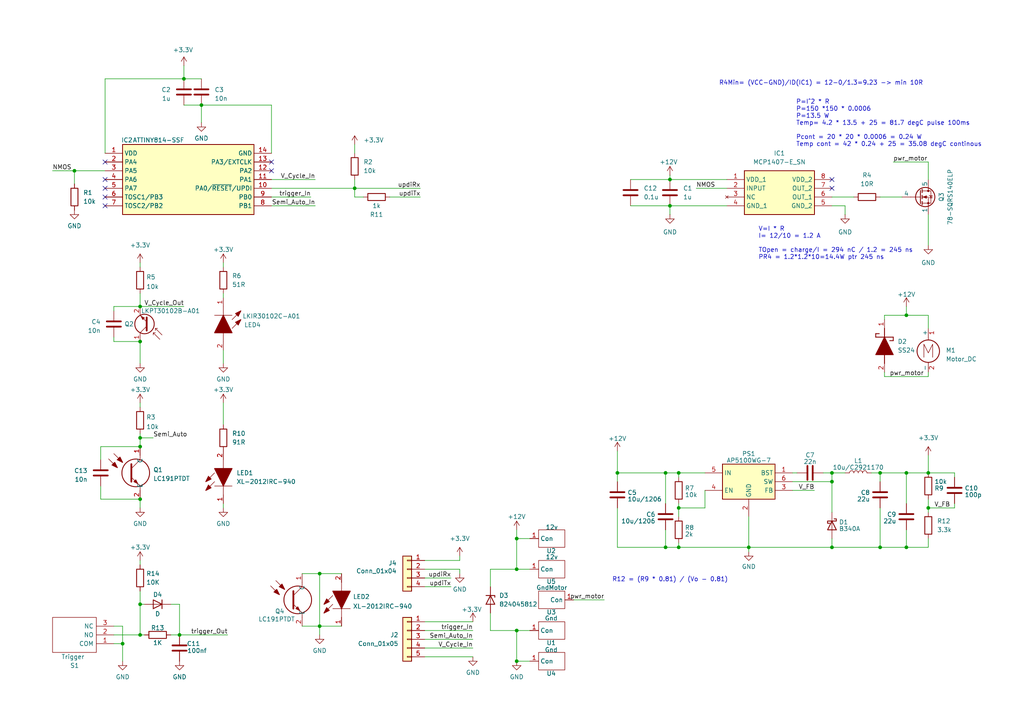
<source format=kicad_sch>
(kicad_sch (version 20231120) (generator "eeschema") (generator_version "8.0")
  (paper "A4")
  (lib_symbols
    (symbol "+12V_1" (power) (pin_numbers hide) (pin_names (offset 0) hide)
      (property "Value" "+12V" (at 0 3.556 0))
      (symbol "+12V_1_1_1"
        (pin power_in line (at 0 0 90) (length 0) (name "~") (number "1"))
      )
    )
    (symbol "Connector_Generic:Conn_01x04" (pin_names (offset 1.016) hide)
      (property "Reference" "J" (at 0 5.08 0))
      (property "Value" "Conn_01x04" (at 0 -7.62 0))
      (symbol "Conn_01x04_1_1"
        (pin passive line (at -5.08 2.54 0) (length 3.81) (name "Pin_1") (number "1"))
        (pin passive line (at -5.08 0 0) (length 3.81) (name "Pin_2") (number "2"))
        (pin passive line (at -5.08 -2.54 0) (length 3.81) (name "Pin_3") (number "3"))
        (pin passive line (at -5.08 -5.08 0) (length 3.81) (name "Pin_4") (number "4"))
      )
    )
    (symbol "Connector_Generic:Conn_01x05" (pin_names (offset 1.016) hide)
      (property "Reference" "J" (at 0 7.62 0))
      (property "Value" "Conn_01x05" (at 0 -7.62 0))
      (symbol "Conn_01x05_1_1"
        (pin passive line (at -5.08 5.08 0) (length 3.81) (name "Pin_1") (number "1"))
        (pin passive line (at -5.08 2.54 0) (length 3.81) (name "Pin_2") (number "2"))
        (pin passive line (at -5.08 0 0) (length 3.81) (name "Pin_3") (number "3"))
        (pin passive line (at -5.08 -2.54 0) (length 3.81) (name "Pin_4") (number "4"))
        (pin passive line (at -5.08 -5.08 0) (length 3.81) (name "Pin_5") (number "5"))
      )
    )
    (symbol "Copper_Pad:Copper_pad"
      (property "Reference" "U" (at 0 3.81 0))
      (property "Value" "Copper_pad" (at 0 -3.81 0))
      (symbol "Copper_pad_1_1"
        (pin input line (at -6.35 0 0) (length 2.54) (name "Con") (number "1"))
      )
    )
    (symbol "Device:C" (pin_numbers hide) (pin_names (offset 0.254))
      (property "Reference" "C" (at 0.635 2.54 0))
      (property "Value" "C" (at 0.635 -2.54 0))
      (symbol "C_1_1"
        (pin passive line (at 0 3.81 270) (length 2.794) (name "~") (number "1"))
        (pin passive line (at 0 -3.81 90) (length 2.794) (name "~") (number "2"))
      )
    )
    (symbol "Device:D" (pin_numbers hide) (pin_names (offset 1.016) hide)
      (property "Reference" "D" (at 0 2.54 0))
      (property "Value" "D" (at 0 -2.54 0))
      (symbol "D_1_1"
        (pin passive line (at -3.81 0 0) (length 2.54) (name "K") (number "1"))
        (pin passive line (at 3.81 0 180) (length 2.54) (name "A") (number "2"))
      )
    )
    (symbol "Device:D_Schottky" (pin_numbers hide) (pin_names (offset 1.016) hide)
      (property "Reference" "D" (at 0 2.54 0))
      (property "Value" "D_Schottky" (at 0 -2.54 0))
      (symbol "D_Schottky_1_1"
        (pin passive line (at -3.81 0 0) (length 2.54) (name "K") (number "1"))
        (pin passive line (at 3.81 0 180) (length 2.54) (name "A") (number "2"))
      )
    )
    (symbol "Device:L" (pin_numbers hide) (pin_names (offset 1.016) hide)
      (property "Reference" "L" (at -1.27 0 90))
      (property "Value" "L" (at 1.905 0 90))
      (symbol "L_1_1"
        (pin passive line (at 0 3.81 270) (length 1.27) (name "1") (number "1"))
        (pin passive line (at 0 -3.81 90) (length 1.27) (name "2") (number "2"))
      )
    )
    (symbol "Device:Q_Photo_NPN_CE" (pin_names (offset 0) hide)
      (property "Reference" "Q" (at 5.08 1.27 0))
      (property "Value" "Q_Photo_NPN_CE" (at 5.08 -1.27 0))
      (symbol "Q_Photo_NPN_CE_1_1"
        (pin passive line (at 2.54 5.08 270) (length 2.54) (name "C") (number "1"))
        (pin passive line (at 2.54 -5.08 90) (length 2.54) (name "E") (number "2"))
      )
    )
    (symbol "Device:R" (pin_numbers hide) (pin_names (offset 0))
      (property "Reference" "R" (at 2.032 0 90))
      (property "Value" "R" (at 0 0 90))
      (symbol "R_1_1"
        (pin passive line (at 0 3.81 270) (length 1.27) (name "~") (number "1"))
        (pin passive line (at 0 -3.81 90) (length 1.27) (name "~") (number "2"))
      )
    )
    (symbol "Diode:ESD5Zxx" (pin_numbers hide) (pin_names hide)
      (property "Reference" "D" (at 0 2.54 0))
      (property "Value" "ESD5Zxx" (at 0 -2.54 0))
      (symbol "ESD5Zxx_1_1"
        (pin passive line (at -3.81 0 0) (length 2.54) (name "K") (number "1"))
        (pin passive line (at 3.81 0 180) (length 2.54) (name "A") (number "2"))
      )
    )
    (symbol "GND_1" (power) (pin_numbers hide) (pin_names (offset 0) hide)
      (property "Value" "GND" (at 0 -3.81 0))
      (symbol "GND_1_1_1"
        (pin power_in line (at 0 0 270) (length 0) (name "~") (number "1"))
      )
    )
    (symbol "Motor:Motor_DC" (pin_names (offset 0))
      (property "Reference" "M" (at 2.54 2.54 0))
      (property "Value" "Motor_DC" (at 2.54 -5.08 0))
      (symbol "Motor_DC_1_1"
        (pin passive line (at 0 5.08 270) (length 2.54) (name "+") (number "1"))
        (pin passive line (at 0 -7.62 90) (length 2.54) (name "-") (number "2"))
      )
    )
    (symbol "SamacSys:ATTINY814-SSF"
      (property "Reference" "IC" (at 44.45 7.62 0))
      (property "Value" "ATTINY814-SSF" (at 44.45 5.08 0))
      (symbol "ATTINY814-SSF_1_1"
        (pin passive line (at 0 0 0) (length 5.08) (name "VDD") (number "1"))
        (pin passive line (at 48.26 -10.16 180) (length 5.08) (name "PA0/~{RESET}/UPDI") (number "10"))
        (pin passive line (at 48.26 -7.62 180) (length 5.08) (name "PA1") (number "11"))
        (pin passive line (at 48.26 -5.08 180) (length 5.08) (name "PA2") (number "12"))
        (pin passive line (at 48.26 -2.54 180) (length 5.08) (name "PA3/EXTCLK") (number "13"))
        (pin passive line (at 48.26 0 180) (length 5.08) (name "GND") (number "14"))
        (pin passive line (at 0 -2.54 0) (length 5.08) (name "PA4") (number "2"))
        (pin passive line (at 0 -5.08 0) (length 5.08) (name "PA5") (number "3"))
        (pin passive line (at 0 -7.62 0) (length 5.08) (name "PA6") (number "4"))
        (pin passive line (at 0 -10.16 0) (length 5.08) (name "PA7") (number "5"))
        (pin passive line (at 0 -12.7 0) (length 5.08) (name "TOSC1/PB3") (number "6"))
        (pin passive line (at 0 -15.24 0) (length 5.08) (name "TOSC2/PB2") (number "7"))
        (pin passive line (at 48.26 -15.24 180) (length 5.08) (name "PB1") (number "8"))
        (pin passive line (at 48.26 -12.7 180) (length 5.08) (name "PB0") (number "9"))
      )
    )
    (symbol "SamacSys:MCP1407-E_SN"
      (property "Reference" "IC" (at 26.67 7.62 0))
      (property "Value" "MCP1407-E_SN" (at 26.67 5.08 0))
      (symbol "MCP1407-E_SN_1_1"
        (pin passive line (at 0 0 0) (length 5.08) (name "VDD_1") (number "1"))
        (pin passive line (at 0 -2.54 0) (length 5.08) (name "INPUT") (number "2"))
        (pin no_connect line (at 0 -5.08 0) (length 5.08) (name "NC") (number "3"))
        (pin passive line (at 0 -7.62 0) (length 5.08) (name "GND_1") (number "4"))
        (pin passive line (at 30.48 -7.62 180) (length 5.08) (name "GND_2") (number "5"))
        (pin passive line (at 30.48 -5.08 180) (length 5.08) (name "OUT_1") (number "6"))
        (pin passive line (at 30.48 -2.54 180) (length 5.08) (name "OUT_2") (number "7"))
        (pin passive line (at 30.48 0 180) (length 5.08) (name "VDD_2") (number "8"))
      )
    )
    (symbol "SamacSys:SS24" (pin_names hide)
      (property "Reference" "D" (at 12.7 8.89 0))
      (property "Value" "SS24" (at 12.7 6.35 0))
      (symbol "SS24_1_1"
        (pin passive line (at 2.54 0 0) (length 2.54) (name "K") (number "1"))
        (pin passive line (at 17.78 0 180) (length 2.54) (name "A") (number "2"))
      )
    )
    (symbol "SamacSys_Parts:463092691402" (pin_names (offset 0.762))
      (property "Reference" "S1" (at 8.3312 12.3385 90))
      (property "Value" "463092691402" (at 8.3312 9.5634 90))
      (symbol "463092691402_0_0"
        (pin passive line (at 0 0 0) (length 5.08) (name "COM") (number "1"))
        (pin passive line (at 0 -2.54 0) (length 5.08) (name "NO") (number "2"))
      )
      (symbol "463092691402_1_1"
        (pin passive line (at 0 -5.08 0) (length 5.08) (name "NC") (number "3"))
      )
    )
    (symbol "SamacSys_Parts:AP1608P1C-P22" (pin_names (offset 0.762))
      (property "Reference" "Q" (at 3.81 -6.35 0))
      (property "Value" "AP1608P1C-P22" (at 3.81 -8.89 0))
      (symbol "AP1608P1C-P22_0_0"
        (pin passive line (at 0 0 270) (length 2.54) (name "C") (number "1"))
        (pin passive line (at 0 -15.24 90) (length 2.54) (name "E") (number "2"))
      )
    )
    (symbol "SamacSys_Parts:AP5100WG-7"
      (property "Reference" "PS" (at 21.59 7.62 0))
      (property "Value" "AP5100WG-7" (at 21.59 5.08 0))
      (symbol "AP5100WG-7_1_1"
        (pin passive line (at 25.4 0 180) (length 5.08) (name "BST") (number "1"))
        (pin passive line (at 12.7 -12.7 90) (length 5.08) (name "GND") (number "2"))
        (pin passive line (at 25.4 -5.08 180) (length 5.08) (name "FB") (number "3"))
        (pin passive line (at 0 -5.08 0) (length 5.08) (name "EN") (number "4"))
        (pin passive line (at 0 0 0) (length 5.08) (name "IN") (number "5"))
        (pin passive line (at 25.4 -2.54 180) (length 5.08) (name "SW") (number "6"))
      )
    )
    (symbol "SamacSys_Parts:APTD2012SF4C" (pin_names (offset 0.762))
      (property "Reference" "LED" (at 12.7 8.89 0))
      (property "Value" "APTD2012SF4C" (at 12.7 6.35 0))
      (symbol "APTD2012SF4C_0_0"
        (pin passive line (at 0 0 0) (length 2.54) (name "~") (number "1"))
        (pin passive line (at 15.24 0 180) (length 2.54) (name "~") (number "2"))
      )
    )
    (symbol "SamacSys_Parts:CSL1501RW1" (pin_names (offset 0.762))
      (property "Reference" "LED" (at 12.7 8.89 0))
      (property "Value" "CSL1501RW1" (at 12.7 6.35 0))
      (symbol "CSL1501RW1_0_0"
        (pin passive line (at 0 0 0) (length 2.54) (name "~") (number "1"))
        (pin passive line (at 15.24 0 180) (length 2.54) (name "~") (number "2"))
      )
    )
    (symbol "Simulation_SPICE:NMOS" (pin_numbers hide) (pin_names (offset 0))
      (property "Reference" "Q3" (at -7.62 0 90))
      (property "Value" "NMOS" (at -5.08 0 90))
      (symbol "NMOS_1_1"
        (pin input line (at 1.27 -5.08 90) (length 2.54) (name "1") (number "1"))
        (pin input line (at 1.27 -5.08 90) (length 2.54) hide (name "2") (number "2"))
        (pin input line (at 1.27 -5.08 90) (length 2.54) hide (name "3") (number "3"))
        (pin input line (at -6.35 0 0) (length 2.54) (name "4") (number "4"))
        (pin output line (at 1.27 5.08 270) (length 2.54) (name "5") (number "5"))
        (pin output line (at 1.27 5.08 270) (length 2.54) hide (name "6") (number "6"))
        (pin output line (at 1.27 5.08 270) (length 2.54) hide (name "7") (number "7"))
        (pin output line (at 1.27 5.08 270) (length 2.54) hide (name "8") (number "8"))
        (pin output line (at 1.27 5.08 270) (length 2.54) hide (name "9") (number "9"))
      )
    )
    (symbol "power:+12V" (power) (pin_names (offset 0))
      (property "Value" "+12V" (at 0 3.556 0))
      (symbol "+12V_1_1"
        (pin power_in line (at 0 0 90) (length 0) hide (name "+12V") (number "1"))
      )
    )
    (symbol "power:+5V" (power) (pin_names (offset 0))
      (property "Value" "+5V" (at 0 3.556 0))
      (symbol "+5V_1_1"
        (pin power_in line (at 0 0 90) (length 0) hide (name "+5V") (number "1"))
      )
    )
    (symbol "power:GND" (power) (pin_names (offset 0))
      (property "Value" "GND" (at 0 -3.81 0))
      (symbol "GND_1_1"
        (pin power_in line (at 0 0 270) (length 0) hide (name "GND") (number "1"))
      )
    )
    (symbol "power:VCC" (power) (pin_names (offset 0))
      (property "Value" "VCC" (at 0 3.81 0))
      (symbol "VCC_1_1"
        (pin power_in line (at 0 0 90) (length 0) hide (name "VCC") (number "1"))
      )
    )
  )
  (junction (at 262.89 137.16))
  (junction (at 255.27 158.75))
  (junction (at 194.31 59.69))
  (junction (at 149.86 191.77))
  (junction (at 92.71 166.37))
  (junction (at 40.64 127))
  (junction (at 193.04 158.75))
  (junction (at 40.64 184.15))
  (junction (at 40.64 99.06))
  (junction (at 40.64 144.78))
  (junction (at 262.89 91.44))
  (junction (at 193.04 137.16))
  (junction (at 194.31 52.07))
  (junction (at 196.85 158.75))
  (junction (at 241.3 139.7))
  (junction (at 262.89 158.75))
  (junction (at 35.56 186.69))
  (junction (at 40.64 129.54))
  (junction (at 269.24 137.16))
  (junction (at 149.86 182.88))
  (junction (at 92.71 181.61))
  (junction (at 40.64 175.26))
  (junction (at 149.86 165.1))
  (junction (at 40.64 88.9))
  (junction (at 58.42 30.48))
  (junction (at 269.24 147.32))
  (junction (at 196.85 147.32))
  (junction (at 217.17 158.75))
  (junction (at 255.27 137.16))
  (junction (at 102.87 54.61))
  (junction (at 52.07 184.15))
  (junction (at 21.59 49.53))
  (junction (at 241.3 137.16))
  (junction (at 149.86 156.21))
  (junction (at 53.34 22.86))
  (junction (at 196.85 137.16))
  (junction (at 241.3 158.75))
  (junction (at 179.07 137.16))
  (no_connect (at 30.48 59.69))
  (no_connect (at 30.48 57.15))
  (no_connect (at 30.48 52.07))
  (no_connect (at 30.48 54.61))
  (no_connect (at 241.3 52.07))
  (no_connect (at 30.48 46.99))
  (no_connect (at 78.74 49.53))
  (no_connect (at 78.74 46.99))
  (no_connect (at 241.3 54.61))
  (wire (pts (xy 142.24 170.18) (xy 142.24 165.1)))
  (wire (pts (xy 102.87 54.61) (xy 121.92 54.61)))
  (wire (pts (xy 64.77 77.47) (xy 64.77 76.2)))
  (wire (pts (xy 196.85 158.75) (xy 217.17 158.75)))
  (wire (pts (xy 53.34 22.86) (xy 58.42 22.86)))
  (wire (pts (xy 149.86 165.1) (xy 153.67 165.1)))
  (wire (pts (xy 58.42 30.48) (xy 58.42 35.56)))
  (wire (pts (xy 241.3 158.75) (xy 241.3 156.21)))
  (wire (pts (xy 64.77 147.32) (xy 64.77 146.05)))
  (wire (pts (xy 78.74 57.15) (xy 90.17 57.15)))
  (wire (pts (xy 64.77 86.36) (xy 64.77 85.09)))
  (wire (pts (xy 40.64 85.09) (xy 40.64 88.9)))
  (wire (pts (xy 201.93 54.61) (xy 210.82 54.61)))
  (wire (pts (xy 193.04 158.75) (xy 196.85 158.75)))
  (wire (pts (xy 229.87 137.16) (xy 231.14 137.16)))
  (wire (pts (xy 21.59 49.53) (xy 30.48 49.53)))
  (wire (pts (xy 262.89 146.05) (xy 262.89 137.16)))
  (wire (pts (xy 179.07 130.81) (xy 179.07 137.16)))
  (wire (pts (xy 40.64 144.78) (xy 40.64 147.32)))
  (wire (pts (xy 256.54 109.22) (xy 269.24 109.22)))
  (wire (pts (xy 255.27 137.16) (xy 262.89 137.16)))
  (wire (pts (xy 142.24 177.8) (xy 142.24 182.88)))
  (wire (pts (xy 194.31 62.23) (xy 194.31 59.69)))
  (wire (pts (xy 179.07 137.16) (xy 193.04 137.16)))
  (wire (pts (xy 35.56 181.61) (xy 33.02 181.61)))
  (wire (pts (xy 33.02 88.9) (xy 40.64 88.9)))
  (wire (pts (xy 53.34 88.9) (xy 40.64 88.9)))
  (wire (pts (xy 269.24 107.95) (xy 269.24 109.22)))
  (wire (pts (xy 241.3 137.16) (xy 245.11 137.16)))
  (wire (pts (xy 41.91 184.15) (xy 40.64 184.15)))
  (wire (pts (xy 256.54 91.44) (xy 262.89 91.44)))
  (wire (pts (xy 262.89 158.75) (xy 269.24 158.75)))
  (wire (pts (xy 102.87 57.15) (xy 102.87 54.61)))
  (wire (pts (xy 33.02 90.17) (xy 33.02 88.9)))
  (wire (pts (xy 269.24 148.59) (xy 269.24 147.32)))
  (wire (pts (xy 269.24 137.16) (xy 276.86 137.16)))
  (wire (pts (xy 196.85 147.32) (xy 204.47 147.32)))
  (wire (pts (xy 33.02 99.06) (xy 40.64 99.06)))
  (wire (pts (xy 193.04 137.16) (xy 196.85 137.16)))
  (wire (pts (xy 194.31 50.8) (xy 194.31 52.07)))
  (wire (pts (xy 149.86 182.88) (xy 153.67 182.88)))
  (wire (pts (xy 149.86 153.67) (xy 149.86 156.21)))
  (wire (pts (xy 49.53 184.15) (xy 52.07 184.15)))
  (wire (pts (xy 262.89 153.67) (xy 262.89 158.75)))
  (wire (pts (xy 194.31 59.69) (xy 210.82 59.69)))
  (wire (pts (xy 92.71 181.61) (xy 92.71 184.15)))
  (wire (pts (xy 229.87 139.7) (xy 241.3 139.7)))
  (wire (pts (xy 269.24 144.78) (xy 269.24 147.32)))
  (wire (pts (xy 40.64 116.84) (xy 40.64 118.11)))
  (wire (pts (xy 123.19 162.56) (xy 133.35 162.56)))
  (wire (pts (xy 149.86 191.77) (xy 149.86 182.88)))
  (wire (pts (xy 41.91 175.26) (xy 40.64 175.26)))
  (wire (pts (xy 123.19 187.96) (xy 137.16 187.96)))
  (wire (pts (xy 40.64 162.56) (xy 40.64 163.83)))
  (wire (pts (xy 252.73 137.16) (xy 255.27 137.16)))
  (wire (pts (xy 29.21 144.78) (xy 40.64 144.78)))
  (wire (pts (xy 92.71 166.37) (xy 92.71 181.61)))
  (wire (pts (xy 149.86 156.21) (xy 149.86 165.1)))
  (wire (pts (xy 245.11 59.69) (xy 241.3 59.69)))
  (wire (pts (xy 241.3 139.7) (xy 241.3 137.16)))
  (wire (pts (xy 262.89 91.44) (xy 269.24 91.44)))
  (wire (pts (xy 269.24 46.99) (xy 259.08 46.99)))
  (wire (pts (xy 49.53 175.26) (xy 52.07 175.26)))
  (wire (pts (xy 269.24 147.32) (xy 276.86 147.32)))
  (wire (pts (xy 78.74 30.48) (xy 78.74 44.45)))
  (wire (pts (xy 30.48 22.86) (xy 53.34 22.86)))
  (wire (pts (xy 255.27 57.15) (xy 261.62 57.15)))
  (wire (pts (xy 269.24 132.08) (xy 269.24 137.16)))
  (wire (pts (xy 262.89 137.16) (xy 269.24 137.16)))
  (wire (pts (xy 256.54 109.22) (xy 256.54 107.95)))
  (wire (pts (xy 269.24 91.44) (xy 269.24 95.25)))
  (wire (pts (xy 179.07 158.75) (xy 193.04 158.75)))
  (wire (pts (xy 92.71 166.37) (xy 99.06 166.37)))
  (wire (pts (xy 33.02 97.79) (xy 33.02 99.06)))
  (wire (pts (xy 40.64 175.26) (xy 40.64 184.15)))
  (wire (pts (xy 245.11 62.23) (xy 245.11 59.69)))
  (wire (pts (xy 238.76 137.16) (xy 241.3 137.16)))
  (wire (pts (xy 29.21 129.54) (xy 40.64 129.54)))
  (wire (pts (xy 276.86 146.05) (xy 276.86 147.32)))
  (wire (pts (xy 40.64 129.54) (xy 40.64 127)))
  (wire (pts (xy 58.42 30.48) (xy 78.74 30.48)))
  (wire (pts (xy 105.41 57.15) (xy 102.87 57.15)))
  (wire (pts (xy 193.04 137.16) (xy 193.04 146.05)))
  (wire (pts (xy 256.54 92.71) (xy 256.54 91.44)))
  (wire (pts (xy 123.19 180.34) (xy 137.16 180.34)))
  (wire (pts (xy 229.87 142.24) (xy 236.22 142.24)))
  (wire (pts (xy 35.56 186.69) (xy 35.56 191.77)))
  (wire (pts (xy 217.17 158.75) (xy 241.3 158.75)))
  (wire (pts (xy 194.31 52.07) (xy 210.82 52.07)))
  (wire (pts (xy 196.85 137.16) (xy 204.47 137.16)))
  (wire (pts (xy 21.59 53.34) (xy 21.59 49.53)))
  (wire (pts (xy 53.34 30.48) (xy 58.42 30.48)))
  (wire (pts (xy 52.07 175.26) (xy 52.07 184.15)))
  (wire (pts (xy 123.19 190.5) (xy 137.16 190.5)))
  (wire (pts (xy 182.88 59.69) (xy 194.31 59.69)))
  (wire (pts (xy 52.07 184.15) (xy 66.04 184.15)))
  (wire (pts (xy 130.81 170.18) (xy 123.19 170.18)))
  (wire (pts (xy 92.71 181.61) (xy 99.06 181.61)))
  (wire (pts (xy 123.19 185.42) (xy 137.16 185.42)))
  (wire (pts (xy 269.24 62.23) (xy 269.24 71.12)))
  (wire (pts (xy 64.77 105.41) (xy 64.77 101.6)))
  (wire (pts (xy 241.3 158.75) (xy 255.27 158.75)))
  (wire (pts (xy 121.92 57.15) (xy 113.03 57.15)))
  (wire (pts (xy 30.48 44.45) (xy 30.48 22.86)))
  (wire (pts (xy 102.87 54.61) (xy 78.74 54.61)))
  (wire (pts (xy 196.85 146.05) (xy 196.85 147.32)))
  (wire (pts (xy 179.07 147.32) (xy 179.07 158.75)))
  (wire (pts (xy 102.87 41.91) (xy 102.87 44.45)))
  (wire (pts (xy 102.87 52.07) (xy 102.87 54.61)))
  (wire (pts (xy 133.35 162.56) (xy 133.35 161.29)))
  (wire (pts (xy 123.19 165.1) (xy 133.35 165.1)))
  (wire (pts (xy 35.56 186.69) (xy 35.56 181.61)))
  (wire (pts (xy 247.65 57.15) (xy 241.3 57.15)))
  (wire (pts (xy 142.24 165.1) (xy 149.86 165.1)))
  (wire (pts (xy 196.85 137.16) (xy 196.85 138.43)))
  (wire (pts (xy 40.64 127) (xy 44.45 127)))
  (wire (pts (xy 149.86 191.77) (xy 153.67 191.77)))
  (wire (pts (xy 196.85 157.48) (xy 196.85 158.75)))
  (wire (pts (xy 87.63 166.37) (xy 92.71 166.37)))
  (wire (pts (xy 33.02 186.69) (xy 35.56 186.69)))
  (wire (pts (xy 276.86 137.16) (xy 276.86 138.43)))
  (wire (pts (xy 133.35 165.1) (xy 133.35 166.37)))
  (wire (pts (xy 40.64 99.06) (xy 40.64 105.41)))
  (wire (pts (xy 123.19 182.88) (xy 137.16 182.88)))
  (wire (pts (xy 40.64 171.45) (xy 40.64 175.26)))
  (wire (pts (xy 15.24 49.53) (xy 21.59 49.53)))
  (wire (pts (xy 193.04 153.67) (xy 193.04 158.75)))
  (wire (pts (xy 255.27 147.32) (xy 255.27 158.75)))
  (wire (pts (xy 78.74 52.07) (xy 91.44 52.07)))
  (wire (pts (xy 53.34 19.05) (xy 53.34 22.86)))
  (wire (pts (xy 196.85 149.86) (xy 196.85 147.32)))
  (wire (pts (xy 29.21 144.78) (xy 29.21 140.97)))
  (wire (pts (xy 269.24 156.21) (xy 269.24 158.75)))
  (wire (pts (xy 182.88 52.07) (xy 194.31 52.07)))
  (wire (pts (xy 40.64 125.73) (xy 40.64 127)))
  (wire (pts (xy 179.07 137.16) (xy 179.07 139.7)))
  (wire (pts (xy 64.77 116.84) (xy 64.77 123.19)))
  (wire (pts (xy 91.44 59.69) (xy 78.74 59.69)))
  (wire (pts (xy 130.81 167.64) (xy 123.19 167.64)))
  (wire (pts (xy 255.27 137.16) (xy 255.27 139.7)))
  (wire (pts (xy 269.24 46.99) (xy 269.24 52.07)))
  (wire (pts (xy 149.86 156.21) (xy 153.67 156.21)))
  (wire (pts (xy 166.37 173.99) (xy 175.26 173.99)))
  (wire (pts (xy 217.17 149.86) (xy 217.17 158.75)))
  (wire (pts (xy 142.24 182.88) (xy 149.86 182.88)))
  (wire (pts (xy 255.27 158.75) (xy 262.89 158.75)))
  (wire (pts (xy 241.3 139.7) (xy 241.3 148.59)))
  (wire (pts (xy 40.64 76.2) (xy 40.64 77.47)))
  (wire (pts (xy 87.63 181.61) (xy 92.71 181.61)))
  (wire (pts (xy 262.89 88.9) (xy 262.89 91.44)))
  (wire (pts (xy 33.02 184.15) (xy 40.64 184.15)))
  (wire (pts (xy 29.21 133.35) (xy 29.21 129.54)))
  (wire (pts (xy 217.17 160.02) (xy 217.17 158.75)))
  (wire (pts (xy 204.47 142.24) (xy 204.47 147.32)))
  (text "R12 = (R9 * 0.81) / (Vo - 0.81)" (at 177.546 168.91 0) (effects (font (size 1.27 1.27)) (justify left bottom)))
  (text "R4Min= (VCC-GND)/ID(IC1) = 12-0/1.3=9.23 -> min 10R" (at 208.534 24.892 0) (effects (font (size 1.27 1.27)) (justify left bottom)))
  (text "LKIR30102C-A01 - 90* IR led C2874187\nXL-2012IRC-940 - IR LED 0805 C965889\nHL-PST-1608IR1C-L4 - IR LED 0603 C568950\n\n\nLC191PTDT - Phototransistor IR C669634\nPT12-21B/TR8 - Phototransistor IR 90* C264383" (at 241.3 232.41 0) (effects (font (size 1.27 1.27)) (justify left bottom)))
  (text "V=I * R\nI= 12/10 = 1.2 A\n\nTOpen = charge/I = 294 nC / 1.2 = 245 ns\nPR4 = 1.2*1.2*10=14.4W ptr 245 ns" (at 219.964 75.438 0) (effects (font (size 1.27 1.27)) (justify left bottom)))
  (text "P=I^2 * R\nP=150 *150 * 0.0006\nP=13.5 W\nTemp= 4.2 * 13.5 + 25 = 81.7 degC pulse 100ms\n\nPcont = 20 * 20 * 0.0006 = 0.24 W\nTemp cont = 42 * 0.24 + 25 = 35.08 degC continous" (at 230.886 42.672 0) (effects (font (size 1.27 1.27)) (justify left bottom)))
  (label "updiRx" (at 121.92 54.61 180))
  (label "pwr_motor" (at 175.26 173.99 180))
  (label "updiRx" (at 130.81 167.64 180))
  (label "NMOS" (at 201.93 54.61 0))
  (label "V_Cycle_Out" (at 53.34 88.9 180))
  (label "Semi_Auto" (at 44.45 127 0))
  (label "pwr_motor" (at 267.97 109.22 180))
  (label "Semi_Auto_In" (at 91.44 59.69 180))
  (label "NMOS" (at 15.24 49.53 0))
  (label "updiTx" (at 121.92 57.15 180))
  (label "V_Cycle_In" (at 137.16 187.96 180))
  (label "V_FB" (at 236.22 142.24 180))
  (label "trigger_Out" (at 66.04 184.15 180))
  (label "pwr_motor" (at 259.08 46.99 0))
  (label "trigger_In" (at 90.17 57.15 180))
  (label "Semi_Auto_In" (at 137.16 185.42 180))
  (label "V_FB" (at 275.59 147.32 180))
  (label "V_Cycle_In" (at 91.44 52.07 180))
  (label "trigger_In" (at 137.16 182.88 180))
  (label "updiTx" (at 130.81 170.18 180))
  (symbol (lib_id "power:+5V") (at 102.87 41.91 0) (unit 1)
    (property "Reference" "#PWR021" (effects (hide yes)))
    (property "Value" "+3.3V" (at 105.41 40.6399 0) (effects (justify left)))
  )
  (symbol (lib_id "power:+12V") (at 64.77 116.84 0) (unit 1)
    (property "Reference" "#PWR028" (effects (hide yes)))
    (property "Value" "+3.3V" (at 64.77 113.03 0))
  )
  (symbol (lib_id "Device:R") (at 109.22 57.15 90) (unit 1)
    (property "Reference" "R11" (at 109.22 62.23 90))
    (property "Value" "1k" (at 109.22 59.69 90))
    (property "Footprint" "Resistor_SMD:R_0603_1608Metric" (effects (hide yes)))
  )
  (symbol (lib_id "SamacSys_Parts:463092691402") (at 33.02 186.69 180) (unit 1)
    (property "Reference" "S1" (at 20.32 193.04 0) (effects (justify right)))
    (property "Value" "Trigger" (at 17.78 190.5 0) (effects (justify right)))
    (property "Footprint" "SamacSys:463092691402" (effects (hide yes)))
    (property "Datasheet" "https://www.we-online.com/catalog/datasheet/463092691402.pdf" (effects (hide yes)))
    (property "Description" "Basic / Snap Action Switches WS-MITV Micro Switch RA Psh Typ 80gf" (effects (hide yes)))
    (property "Height" "5.95" (effects (hide yes)))
    (property "Mouser Part Number" "710-463092691402" (effects (hide yes)))
    (property "Mouser Price/Stock" "https://www.mouser.co.uk/ProductDetail/Wurth-Elektronik/463092691402?qs=iLbezkQI%252BsiNPC3GZqKuHg%3D%3D" (effects (hide yes)))
    (property "Manufacturer_Name" "Wurth Elektronik" (effects (hide yes)))
    (property "Manufacturer_Part_Number" "463092691402" (effects (hide yes)))
  )
  (symbol (lib_id "power:GND") (at 133.35 166.37 0) (mirror y) (unit 1)
    (property "Reference" "#PWR07" (effects (hide yes)))
    (property "Value" "GND" (at 133.35 170.9325 0))
  )
  (symbol (lib_id "Device:C") (at 193.04 149.86 0) (mirror y) (unit 1)
    (property "Reference" "C6" (at 190.119 149.2163 0) (effects (justify left)))
    (property "Value" "10u/1206" (at 190.119 151.1373 0) (effects (justify left)))
    (property "Footprint" "Capacitor_SMD:C_0603_1608Metric" (effects (hide yes)))
    (property "MPN" "C13585" (effects (hide yes)))
  )
  (symbol (lib_id "power:GND") (at 40.64 147.32 0) (unit 1)
    (property "Reference" "#PWR027" (effects (hide yes)))
    (property "Value" "GND" (at 40.64 151.8825 0))
  )
  (symbol (lib_id "power:+5V") (at 133.35 161.29 0) (unit 1)
    (property "Reference" "#PWR011" (effects (hide yes)))
    (property "Value" "+3.3V" (at 133.35 156.21 0))
  )
  (symbol (lib_id "power:GND") (at 92.71 184.15 0) (unit 1)
    (property "Reference" "#PWR030" (effects (hide yes)))
    (property "Value" "GND" (at 92.71 188.7125 0))
  )
  (symbol (lib_id "power:+5V") (at 53.34 19.05 0) (unit 1)
    (property "Reference" "#PWR05" (effects (hide yes)))
    (property "Value" "+3.3V" (at 53.086 14.478 0))
  )
  (symbol (lib_id "Device:C") (at 276.86 142.24 0) (unit 1)
    (property "Reference" "C10" (at 279.781 141.5963 0) (effects (justify left)))
    (property "Value" "100p" (at 279.781 143.5173 0) (effects (justify left)))
    (property "Footprint" "Capacitor_SMD:C_0603_1608Metric" (effects (hide yes)))
    (property "MPN" "C1790" (effects (hide yes)))
  )
  (symbol (lib_id "Device:R") (at 64.77 81.28 0) (unit 1)
    (property "Reference" "R6" (at 67.31 80.01 0) (effects (justify left)))
    (property "Value" "51R" (at 67.31 82.55 0) (effects (justify left)))
    (property "Footprint" "Resistor_SMD:R_0603_1608Metric" (effects (hide yes)))
  )
  (symbol (lib_id "Device:R") (at 40.64 167.64 180) (unit 1)
    (property "Reference" "R14" (at 42.418 166.37 0) (effects (justify right)))
    (property "Value" "10K" (at 42.418 168.91 0) (effects (justify right)))
    (property "Footprint" "Resistor_SMD:R_0603_1608Metric" (effects (hide yes)))
    (property "Description" "Resistor" (effects (hide yes)))
  )
  (symbol (lib_id "SamacSys_Parts:AP5100WG-7") (at 204.47 137.16 0) (unit 1)
    (property "Reference" "PS1" (at 217.17 131.6101 0))
    (property "Value" "AP5100WG-7" (at 217.17 133.5311 0))
    (property "Footprint" "SamacSys:SOT95P285X140-6N" (effects (hide yes)))
    (property "Datasheet" "https://componentsearchengine.com/Datasheets/1/AP5100WG-7.pdf" (effects (hide yes)))
    (property "Height" "1.4" (effects (hide yes)))
    (property "Mouser Part Number" "621-AP5100WG-7" (effects (hide yes)))
    (property "Mouser Price/Stock" "https://www.mouser.co.uk/ProductDetail/Diodes-Incorporated/AP5100WG-7?qs=2Z08r0Wtf%2FwteszzsoOEeg%3D%3D" (effects (hide yes)))
    (property "Manufacturer_Name" "Diodes Incorporated" (effects (hide yes)))
    (property "Manufacturer_Part_Number" "AP5100WG-7" (effects (hide yes)))
    (property "MPN" "C114647" (effects (hide yes)))
  )
  (symbol (lib_id "Simulation_SPICE:NMOS") (at 267.97 57.15 0) (unit 1)
    (property "Reference" "Q3" (at 273.05 57.15 90))
    (property "Value" "78-SQRS140ELP" (at 275.59 57.15 90))
    (property "Footprint" "SamacSys:POWERPAKSO-8" (effects (hide yes)))
    (property "Datasheet" "https://ngspice.sourceforge.io/docs/ngspice-manual.pdf" (effects (hide yes)))
    (property "Sim.Device" "NMOS" (effects (hide yes)))
    (property "Sim.Type" "VDMOS" (effects (hide yes)))
    (property "Sim.Pins" "1=D 2=G 3=S" (effects (hide yes)))
  )
  (symbol (lib_id "Device:R") (at 64.77 127 0) (unit 1)
    (property "Reference" "R10" (at 67.31 125.7299 0) (effects (justify left)))
    (property "Value" "91R" (at 67.31 128.2699 0) (effects (justify left)))
    (property "Footprint" "Resistor_SMD:R_0603_1608Metric" (effects (hide yes)))
  )
  (symbol (lib_id "Device:D") (at 45.72 175.26 180) (unit 1)
    (property "Reference" "D4" (at 45.72 172.466 0))
    (property "Value" "D" (at 45.72 178.054 0))
    (property "Footprint" "Diode_SMD:D_0603_1608Metric" (effects (hide yes)))
    (property "Description" "Diode" (effects (hide yes)))
    (property "Sim.Device" "D" (effects (hide yes)))
    (property "Sim.Pins" "1=K 2=A" (effects (hide yes)))
  )
  (symbol (lib_id "power:+12V") (at 149.86 153.67 0) (unit 1)
    (property "Reference" "#PWR016" (effects (hide yes)))
    (property "Value" "+12V" (at 149.86 149.86 0))
  )
  (symbol (lib_id "power:+12V") (at 40.64 162.56 0) (unit 1)
    (property "Reference" "#PWR01" (effects (hide yes)))
    (property "Value" "+3.3V" (at 40.64 158.75 0))
  )
  (symbol (lib_id "Device:R") (at 40.64 81.28 180) (unit 1)
    (property "Reference" "R5" (at 42.418 80.3715 0) (effects (justify right)))
    (property "Value" "10k" (at 42.418 83.1466 0) (effects (justify right)))
    (property "Footprint" "Resistor_SMD:R_0603_1608Metric" (effects (hide yes)))
  )
  (symbol (lib_id "power:+5V") (at 40.64 76.2 0) (unit 1)
    (property "Reference" "#PWR09" (effects (hide yes)))
    (property "Value" "+3.3V" (at 40.64 71.12 0))
  )
  (symbol (lib_id "SamacSys:ATTINY814-SSF") (at 30.48 44.45 0) (unit 1)
    (property "Reference" "IC2" (at 36.83 40.64 0))
    (property "Value" "ATTINY814-SSF" (at 45.974 40.64 0))
    (property "Footprint" "SamacSys:SOIC127P600X175-14N" (effects (hide yes)))
    (property "Description" "MICROCHIP - ATTINY814-SSF - 20MHZ,8KB,SOIC14,IND 125C,GREEN, TUBE, 14 SOIC .150IN TUBE ROHS COMPLIANT: YES" (effects (hide yes)))
    (property "Height" "1.75" (effects (hide yes)))
    (property "Mouser Part Number" "579-ATTINY814-SSF" (effects (hide yes)))
    (property "Mouser Price/Stock" "https://www.mouser.co.uk/ProductDetail/Microchip-Technology/ATTINY814-SSF?qs=3HJ2avRr9PJWX4ic7G8LjQ%3D%3D" (effects (hide yes)))
    (property "Manufacturer_Name" "Microchip" (effects (hide yes)))
    (property "Manufacturer_Part_Number" "ATTINY814-SSF" (effects (hide yes)))
  )
  (symbol (lib_id "power:GND") (at 269.24 71.12 0) (mirror y) (unit 1)
    (property "Reference" "#PWR024" (effects (hide yes)))
    (property "Value" "GND" (at 269.24 76.2 0))
  )
  (symbol (lib_id "Device:R") (at 40.64 121.92 180) (unit 1)
    (property "Reference" "R3" (at 42.418 121.0115 0) (effects (justify right)))
    (property "Value" "10k" (at 42.418 123.7866 0) (effects (justify right)))
    (property "Footprint" "Resistor_SMD:R_0603_1608Metric" (effects (hide yes)))
  )
  (symbol (lib_id "Copper_Pad:Copper_pad") (at 160.02 173.99 180) (unit 1)
    (property "Reference" "U3" (at 161.29 177.546 0) (effects (justify left)))
    (property "Value" "GndMotor" (at 164.592 170.434 0) (effects (justify left)))
    (property "Footprint" "SamacSys:Copper_Pad" (effects (hide yes)))
  )
  (symbol (lib_id "Connector_Generic:Conn_01x04") (at 118.11 165.1 0) (mirror y) (unit 1)
    (property "Reference" "J4" (at 115.062 163.322 0) (effects (justify left)))
    (property "Value" "Conn_01x04" (at 115.062 165.608 0) (effects (justify left)))
    (property "Footprint" "Connector_PinHeader_2.54mm:PinHeader_1x04_P2.54mm_Vertical" (effects (hide yes)))
  )
  (symbol (lib_id "power:+12V") (at 262.89 88.9 0) (mirror y) (unit 1)
    (property "Reference" "#PWR026" (effects (hide yes)))
    (property "Value" "+12V" (at 262.89 85.3981 0))
  )
  (symbol (lib_id "Copper_Pad:Copper_pad") (at 160.02 191.77 0) (unit 1)
    (property "Reference" "U4" (at 158.496 195.326 0) (effects (justify left)))
    (property "Value" "Gnd" (at 157.988 188.468 0) (effects (justify left)))
    (property "Footprint" "SamacSys:Copper_Pad" (effects (hide yes)))
  )
  (symbol (lib_id "Device:C") (at 262.89 149.86 0) (unit 1)
    (property "Reference" "C9" (at 259.969 149.2163 0) (effects (justify right)))
    (property "Value" "22u" (at 259.969 151.1373 0) (effects (justify right)))
    (property "Footprint" "Capacitor_SMD:C_0603_1608Metric" (effects (hide yes)))
    (property "MPN" "C45783" (effects (hide yes)))
  )
  (symbol (lib_id "Device:C") (at 52.07 187.96 180) (unit 1)
    (property "Reference" "C11" (at 56.134 186.69 0))
    (property "Value" "100nf" (at 57.15 188.722 0))
    (property "Footprint" "Capacitor_SMD:C_0603_1608Metric" (effects (hide yes)))
    (property "Description" "Unpolarized capacitor" (effects (hide yes)))
  )
  (symbol (lib_id "Device:R") (at 196.85 142.24 180) (unit 1)
    (property "Reference" "R7" (at 198.628 141.5963 0) (effects (justify right)))
    (property "Value" "10k" (at 198.628 143.5173 0) (effects (justify right)))
    (property "Footprint" "Resistor_SMD:R_0603_1608Metric" (effects (hide yes)))
    (property "MPN" "C25804" (effects (hide yes)))
  )
  (symbol (lib_id "power:GND") (at 35.56 191.77 0) (unit 1)
    (property "Reference" "#PWR017" (effects (hide yes)))
    (property "Value" "GND" (at 33.528 196.342 0) (effects (justify left)))
  )
  (symbol (lib_id "power:+5V") (at 269.24 132.08 0) (unit 1)
    (property "Reference" "#PWR08" (effects (hide yes)))
    (property "Value" "+3.3V" (at 269.24 127 0))
  )
  (symbol (lib_id "SamacSys_Parts:APTD2012SF4C") (at 64.77 146.05 90) (unit 1)
    (property "Reference" "LED1" (at 68.58 137.16 90) (effects (justify right)))
    (property "Value" "XL-2012IRC-940" (at 68.58 139.7 90) (effects (justify right)))
    (property "Footprint" "SamacSys:LEDC2012X105N" (effects (hide yes)))
    (property "Datasheet" "http://www.kingbrightusa.com/images/catalog/SPEC/APTD2012SF4C.pdf" (effects (hide yes)))
    (property "Description" "Infrared Emitters 2x1.2mm IR SMD" (effects (hide yes)))
    (property "Height" "1.05" (effects (hide yes)))
    (property "Mouser Part Number" "604-APTD2012SF4C" (effects (hide yes)))
    (property "Mouser Price/Stock" "https://www.mouser.co.uk/ProductDetail/Kingbright/APTD2012SF4C?qs=w%2Fv1CP2dgqr55s4aH3ruIw%3D%3D" (effects (hide yes)))
    (property "Manufacturer_Name" "Kingbright" (effects (hide yes)))
    (property "Manufacturer_Part_Number" "APTD2012SF4C" (effects (hide yes)))
  )
  (symbol (lib_id "power:+5V") (at 137.16 180.34 0) (unit 1)
    (property "Reference" "#PWR013" (effects (hide yes)))
    (property "Value" "+3.3V" (at 133.858 176.784 0) (effects (justify left)))
  )
  (symbol (lib_id "power:GND") (at 137.16 190.5 0) (mirror y) (unit 1)
    (property "Reference" "#PWR014" (effects (hide yes)))
    (property "Value" "GND" (at 137.16 195.0625 0))
  )
  (symbol (lib_id "Device:Q_Photo_NPN_CE") (at 43.18 93.98 180) (unit 1)
    (property "Reference" "Q2" (at 36.068 93.98 0) (effects (justify right)))
    (property "Value" "LKPT30102B-A01" (at 40.894 90.17 0) (effects (justify right)))
    (property "Footprint" "SamacSys:APA3010P3C" (effects (hide yes)))
  )
  (symbol (lib_id "Device:R") (at 102.87 48.26 0) (unit 1)
    (property "Reference" "R2" (at 105.41 46.9899 0) (effects (justify left)))
    (property "Value" "10k" (at 105.41 49.5299 0) (effects (justify left)))
    (property "Footprint" "Resistor_SMD:R_0603_1608Metric" (effects (hide yes)))
  )
  (symbol (lib_id "power:+12V") (at 64.77 76.2 0) (unit 1)
    (property "Reference" "#PWR010" (effects (hide yes)))
    (property "Value" "+3.3V" (at 64.77 72.39 0))
  )
  (symbol (lib_id "Device:R") (at 21.59 57.15 180) (unit 1)
    (property "Reference" "R1" (at 24.13 55.8799 0) (effects (justify right)))
    (property "Value" "10k" (at 24.13 58.4199 0) (effects (justify right)))
    (property "Footprint" "Resistor_SMD:R_0603_1608Metric" (effects (hide yes)))
  )
  (symbol (lib_id "power:VCC") (at 179.07 130.81 0) (unit 1)
    (property "Reference" "#PWR03" (effects (hide yes)))
    (property "Value" "+12V" (at 179.07 127.2055 0))
  )
  (symbol (lib_id "Device:C") (at 179.07 143.51 0) (unit 1)
    (property "Reference" "C5" (at 181.991 142.8663 0) (effects (justify left)))
    (property "Value" "10u/1206" (at 181.991 144.7873 0) (effects (justify left)))
    (property "Footprint" "Capacitor_SMD:C_0603_1608Metric" (effects (hide yes)))
    (property "MPN" "C13585" (effects (hide yes)))
  )
  (symbol (lib_id "Device:C") (at 234.95 137.16 90) (unit 1)
    (property "Reference" "C7" (at 234.95 131.9911 90))
    (property "Value" "22n" (at 234.95 133.9121 90))
    (property "Footprint" "Capacitor_SMD:C_0603_1608Metric" (effects (hide yes)))
    (property "MPN" "C21122" (effects (hide yes)))
  )
  (symbol (lib_id "Copper_Pad:Copper_pad") (at 160.02 182.88 0) (unit 1)
    (property "Reference" "U1" (at 158.496 186.436 0) (effects (justify left)))
    (property "Value" "Gnd" (at 157.988 179.324 0) (effects (justify left)))
    (property "Footprint" "SamacSys:Copper_Pad" (effects (hide yes)))
  )
  (symbol (lib_id "power:GND") (at 64.77 105.41 0) (unit 1)
    (property "Reference" "#PWR022" (effects (hide yes)))
    (property "Value" "GND" (at 64.77 109.9725 0))
  )
  (symbol (lib_id "Device:C") (at 33.02 93.98 0) (unit 1)
    (property "Reference" "C4" (at 29.21 93.345 0) (effects (justify right)))
    (property "Value" "10n" (at 29.21 95.885 0) (effects (justify right)))
    (property "Footprint" "Capacitor_SMD:C_0603_1608Metric" (effects (hide yes)))
  )
  (symbol (lib_id "SamacSys:SS24") (at 256.54 90.17 270) (unit 1)
    (property "Reference" "D2" (at 260.35 99.0599 90) (effects (justify left)))
    (property "Value" "SS24" (at 260.35 101.5999 90) (effects (justify left)))
    (property "Footprint" "SamacSys:DIOM5436X247N" (effects (hide yes)))
    (property "Datasheet" "https://www.onsemi.com/pub/Collateral/SS24-D.PDF" (effects (hide yes)))
    (property "Description" "TAIWAN SEMICONDUCTOR - SS24 - SCHOTTKY RECTIFIER, 2A, 40V, DO-214AA" (effects (hide yes)))
    (property "Height" "2.47" (effects (hide yes)))
    (property "Mouser Part Number" "821-SS24" (effects (hide yes)))
    (property "Mouser Price/Stock" "https://www.mouser.co.uk/ProductDetail/Taiwan-Semiconductor/SS24?qs=JV7lzlMm3yKXRBg9WjRCYA%3D%3D" (effects (hide yes)))
    (property "Manufacturer_Name" "Taiwan Semiconductor" (effects (hide yes)))
    (property "Manufacturer_Part_Number" "SS24" (effects (hide yes)))
  )
  (symbol (lib_id "power:GND") (at 58.42 35.56 0) (unit 1)
    (property "Reference" "#PWR018" (effects (hide yes)))
    (property "Value" "GND" (at 58.42 40.1225 0))
  )
  (symbol (lib_name "+12V_1") (lib_id "power:+12V") (at 194.31 50.8 0) (unit 1)
    (property "Reference" "#PWR015" (effects (hide yes)))
    (property "Value" "+12V" (at 191.262 46.99 0) (effects (justify left)))
    (property "Description" "Power symbol creates a global label with name \"+12V\"" (effects (hide yes)))
  )
  (symbol (lib_id "SamacSys_Parts:CSL1501RW1") (at 64.77 86.36 270) (unit 1)
    (property "Reference" "LED4" (at 75.692 94.234 90) (effects (justify right)))
    (property "Value" "LKIR30102C-A01" (at 87.122 91.694 90) (effects (justify right)))
    (property "Footprint" "SamacSys:APA3010P3C" (effects (hide yes)))
    (property "Datasheet" "https://datasheet.lcsc.com/lcsc/2103191537_Everlight-Elec-LKIR30102C-A01-DY_C2759909.pdf" (effects (hide yes)))
    (property "Description" "20mA 940nm Colorless transparence -25℃~+85℃ 160° 130mW SMD,2x3mm Light Emitting Diodes (LED) ROHS" (effects (hide yes)))
    (property "Height" "1" (effects (hide yes)))
    (property "Mouser Part Number" "755-CSL1501RW1" (effects (hide yes)))
    (property "Mouser Price/Stock" "https://www.mouser.co.uk/ProductDetail/ROHM-Semiconductor/CSL1501RW1?qs=eP2BKZSCXI4ghwSrPECUqQ%3D%3D" (effects (hide yes)))
    (property "Manufacturer_Name" "ROHM Semiconductor" (effects (hide yes)))
    (property "Manufacturer_Part_Number" "CSL1501RW1" (effects (hide yes)))
  )
  (symbol (lib_id "power:GND") (at 149.86 191.77 0) (unit 1)
    (property "Reference" "#PWR012" (effects (hide yes)))
    (property "Value" "GND" (at 149.86 196.3325 0))
  )
  (symbol (lib_id "power:GND") (at 217.17 160.02 0) (unit 1)
    (property "Reference" "#PWR04" (effects (hide yes)))
    (property "Value" "GND" (at 215.138 164.338 0) (effects (justify left)))
  )
  (symbol (lib_id "SamacSys_Parts:AP1608P1C-P22") (at 40.64 129.54 0) (unit 1)
    (property "Reference" "Q1" (at 44.45 136.271 0) (effects (justify left)))
    (property "Value" "LC191PTDT" (at 44.45 138.811 0) (effects (justify left)))
    (property "Footprint" "SamacSys:AP1608P1CP22" (effects (hide yes)))
    (property "Datasheet" "https://componentsearchengine.com/Datasheets/1/AP1608P1C-P22.pdf" (effects (hide yes)))
    (property "Description" "Phototransistors 940nm Top View 0603 (1608 Metric)" (effects (hide yes)))
    (property "Height" "1.1" (effects (hide yes)))
    (property "Mouser Part Number" "604-AP1608P1C-P22" (effects (hide yes)))
    (property "Mouser Price/Stock" "https://www.mouser.com/Search/Refine.aspx?Keyword=604-AP1608P1C-P22" (effects (hide yes)))
    (property "Manufacturer_Name" "Kingbright" (effects (hide yes)))
    (property "Manufacturer_Part_Number" "AP1608P1C-P22" (effects (hide yes)))
  )
  (symbol (lib_id "Device:C") (at 182.88 55.88 0) (unit 1)
    (property "Reference" "C12" (at 186.69 54.6099 0) (effects (justify left)))
    (property "Value" "0.1u" (at 186.69 57.1499 0) (effects (justify left)))
    (property "Footprint" "Capacitor_SMD:C_0603_1608Metric" (effects (hide yes)))
  )
  (symbol (lib_id "SamacSys:MCP1407-E_SN") (at 210.82 52.07 0) (unit 1)
    (property "Reference" "IC1" (at 226.06 44.45 0))
    (property "Value" "MCP1407-E_SN" (at 226.06 46.99 0))
    (property "Footprint" "SamacSys:SOIC127P600X175-8N" (effects (hide yes)))
    (property "Datasheet" "https://datasheet.datasheetarchive.com/originals/distributors/Datasheets-DGA14/636198.pdf" (effects (hide yes)))
    (property "Description" "6A Single MOSFET Driver,MCP1407-E/SN" (effects (hide yes)))
    (property "Height" "1.75" (effects (hide yes)))
    (property "Mouser Part Number" "579-MCP1407-E/SN" (effects (hide yes)))
    (property "Mouser Price/Stock" "https://www.mouser.co.uk/ProductDetail/Microchip-Technology/MCP1407-E-SN?qs=usxtMOJb1Rzw0jcrPlluRw%3D%3D" (effects (hide yes)))
    (property "Manufacturer_Name" "Microchip" (effects (hide yes)))
    (property "Manufacturer_Part_Number" "MCP1407-E/SN" (effects (hide yes)))
  )
  (symbol (lib_id "Device:D_Schottky") (at 241.3 152.4 270) (unit 1)
    (property "Reference" "D1" (at 243.332 151.4388 90) (effects (justify left)))
    (property "Value" "B340A" (at 243.332 153.3598 90) (effects (justify left)))
    (property "Footprint" "Diode_SMD:D_SMA" (effects (hide yes)))
    (property "MPN" "C3018525" (effects (hide yes)))
  )
  (symbol (lib_name "GND_1") (lib_id "power:GND") (at 194.31 62.23 0) (unit 1)
    (property "Reference" "#PWR020" (effects (hide yes)))
    (property "Value" "GND" (at 192.278 67.31 0) (effects (justify left)))
    (property "Description" "Power symbol creates a global label with name \"GND\" , ground" (effects (hide yes)))
  )
  (symbol (lib_id "Device:R") (at 269.24 152.4 0) (mirror y) (unit 1)
    (property "Reference" "R12" (at 271.78 151.1299 0) (effects (justify right)))
    (property "Value" "3.3k" (at 271.78 153.6699 0) (effects (justify right)))
    (property "Footprint" "Resistor_SMD:R_0603_1608Metric" (effects (hide yes)))
    (property "MPN" "C22975" (effects (hide yes)))
  )
  (symbol (lib_id "Device:R") (at 45.72 184.15 90) (unit 1)
    (property "Reference" "R13" (at 45.72 182.118 90))
    (property "Value" "1K" (at 45.72 186.436 90))
    (property "Footprint" "Resistor_SMD:R_0603_1608Metric" (effects (hide yes)))
    (property "Description" "Resistor" (effects (hide yes)))
  )
  (symbol (lib_id "Device:R") (at 251.46 57.15 270) (mirror x) (unit 1)
    (property "Reference" "R4" (at 251.46 50.8 90))
    (property "Value" "10R" (at 251.46 53.34 90))
    (property "Footprint" "Resistor_SMD:R_0603_1608Metric" (effects (hide yes)))
  )
  (symbol (lib_id "power:GND") (at 64.77 147.32 0) (unit 1)
    (property "Reference" "#PWR029" (effects (hide yes)))
    (property "Value" "GND" (at 64.77 151.8825 0))
  )
  (symbol (lib_id "power:+12V") (at 40.64 116.84 0) (unit 1)
    (property "Reference" "#PWR025" (effects (hide yes)))
    (property "Value" "+3.3V" (at 40.64 113.03 0))
  )
  (symbol (lib_id "Device:C") (at 58.42 26.67 0) (unit 1)
    (property "Reference" "C3" (at 62.23 26.035 0) (effects (justify left)))
    (property "Value" "10n" (at 62.23 28.575 0) (effects (justify left)))
    (property "Footprint" "Capacitor_SMD:C_0603_1608Metric" (effects (hide yes)))
  )
  (symbol (lib_id "Device:C") (at 255.27 143.51 0) (unit 1)
    (property "Reference" "C8" (at 252.349 142.8663 0) (effects (justify right)))
    (property "Value" "22u" (at 252.349 144.7873 0) (effects (justify right)))
    (property "Footprint" "Capacitor_SMD:C_0603_1608Metric" (effects (hide yes)))
    (property "MPN" "C45783" (effects (hide yes)))
  )
  (symbol (lib_id "Device:R") (at 196.85 153.67 180) (unit 1)
    (property "Reference" "R8" (at 198.628 153.0263 0) (effects (justify right)))
    (property "Value" "2k" (at 198.628 154.9473 0) (effects (justify right)))
    (property "Footprint" "Resistor_SMD:R_0603_1608Metric" (effects (hide yes)))
    (property "MPN" "C22975" (effects (hide yes)))
  )
  (symbol (lib_id "Diode:ESD5Zxx") (at 142.24 173.99 270) (unit 1)
    (property "Reference" "D3" (at 144.78 172.7199 90) (effects (justify left)))
    (property "Value" "824045812" (at 144.78 175.2599 90) (effects (justify left)))
    (property "Footprint" "SamacSys:TVS_DIODE" (effects (hide yes)))
    (property "Datasheet" "https://www.we-online.com/components/products/datasheet/824045812.pdf" (effects (hide yes)))
    (property "Description" "ESD Protection Diodes / TVS Diodes WE-TVS DFN1610-2L 12V 440pF 1Channel" (effects (hide yes)))
  )
  (symbol (lib_id "Device:R") (at 269.24 140.97 0) (mirror y) (unit 1)
    (property "Reference" "R9" (at 271.018 141.6137 0) (effects (justify right)))
    (property "Value" "10k" (at 271.018 139.6927 0) (effects (justify right)))
    (property "Footprint" "Resistor_SMD:R_0603_1608Metric" (effects (hide yes)))
    (property "MPN" "C25804" (effects (hide yes)))
  )
  (symbol (lib_id "power:GND") (at 52.07 191.77 0) (unit 1)
    (property "Reference" "#PWR06" (effects (hide yes)))
    (property "Value" "GND" (at 50.038 196.342 0) (effects (justify left)))
  )
  (symbol (lib_id "Device:L") (at 248.92 137.16 90) (unit 1)
    (property "Reference" "L1" (at 248.92 133.6447 90))
    (property "Value" "10u/C2921170" (at 248.92 135.5657 90))
    (property "Footprint" "Inductor_SMD:L_Chilisin_BMRA00040420" (effects (hide yes)))
    (property "MPN" "C2921170" (effects (hide yes)))
  )
  (symbol (lib_id "Connector_Generic:Conn_01x05") (at 118.11 185.42 0) (mirror y) (unit 1)
    (property "Reference" "J2" (at 115.57 184.1499 0) (effects (justify left)))
    (property "Value" "Conn_01x05" (at 115.57 186.6899 0) (effects (justify left)))
    (property "Footprint" "Connector_PinSocket_2.54mm:PinSocket_1x05_P2.54mm_Vertical" (effects (hide yes)))
    (property "Description" "Generic connector, single row, 01x05, script generated (kicad-library-utils/schlib/autogen/connector/)" (effects (hide yes)))
  )
  (symbol (lib_id "Device:C") (at 29.21 137.16 0) (unit 1)
    (property "Reference" "C13" (at 25.4 136.525 0) (effects (justify right)))
    (property "Value" "10n" (at 25.4 139.065 0) (effects (justify right)))
    (property "Footprint" "Capacitor_SMD:C_0603_1608Metric" (effects (hide yes)))
  )
  (symbol (lib_id "SamacSys_Parts:AP1608P1C-P22") (at 87.63 166.37 0) (unit 1)
    (property "Reference" "Q4" (at 79.756 177.292 0) (effects (justify left)))
    (property "Value" "LC191PTDT" (at 74.93 179.578 0) (effects (justify left)))
    (property "Footprint" "SamacSys:AP1608P1CP22" (effects (hide yes)))
    (property "Datasheet" "https://componentsearchengine.com/Datasheets/1/AP1608P1C-P22.pdf" (effects (hide yes)))
    (property "Description" "Phototransistors 940nm Top View 0603 (1608 Metric)" (effects (hide yes)))
    (property "Height" "1.1" (effects (hide yes)))
    (property "Mouser Part Number" "604-AP1608P1C-P22" (effects (hide yes)))
    (property "Mouser Price/Stock" "https://www.mouser.com/Search/Refine.aspx?Keyword=604-AP1608P1C-P22" (effects (hide yes)))
    (property "Manufacturer_Name" "Kingbright" (effects (hide yes)))
    (property "Manufacturer_Part_Number" "AP1608P1C-P22" (effects (hide yes)))
  )
  (symbol (lib_name "GND_1") (lib_id "power:GND") (at 245.11 62.23 0) (unit 1)
    (property "Reference" "#PWR02" (effects (hide yes)))
    (property "Value" "GND" (at 243.078 67.31 0) (effects (justify left)))
    (property "Description" "Power symbol creates a global label with name \"GND\" , ground" (effects (hide yes)))
  )
  (symbol (lib_id "Device:C") (at 53.34 26.67 0) (unit 1)
    (property "Reference" "C2" (at 49.53 26.035 0) (effects (justify right)))
    (property "Value" "1u" (at 49.53 28.575 0) (effects (justify right)))
    (property "Footprint" "Capacitor_SMD:C_0603_1608Metric" (effects (hide yes)))
  )
  (symbol (lib_id "Copper_Pad:Copper_pad") (at 160.02 156.21 0) (unit 1)
    (property "Reference" "U2" (at 158.496 159.766 0) (effects (justify left)))
    (property "Value" "12v" (at 158.242 152.908 0) (effects (justify left)))
    (property "Footprint" "SamacSys:Copper_Pad" (effects (hide yes)))
  )
  (symbol (lib_id "SamacSys_Parts:APTD2012SF4C") (at 99.06 181.61 90) (unit 1)
    (property "Reference" "LED2" (at 102.362 173.0815 90) (effects (justify right)))
    (property "Value" "XL-2012IRC-940" (at 102.362 175.8566 90) (effects (justify right)))
    (property "Footprint" "SamacSys:LEDC2012X105N" (effects (hide yes)))
    (property "Datasheet" "http://www.kingbrightusa.com/images/catalog/SPEC/APTD2012SF4C.pdf" (effects (hide yes)))
    (property "Description" "Infrared Emitters 2x1.2mm IR SMD" (effects (hide yes)))
    (property "Height" "1.05" (effects (hide yes)))
    (property "Mouser Part Number" "604-APTD2012SF4C" (effects (hide yes)))
    (property "Mouser Price/Stock" "https://www.mouser.co.uk/ProductDetail/Kingbright/APTD2012SF4C?qs=w%2Fv1CP2dgqr55s4aH3ruIw%3D%3D" (effects (hide yes)))
    (property "Manufacturer_Name" "Kingbright" (effects (hide yes)))
    (property "Manufacturer_Part_Number" "APTD2012SF4C" (effects (hide yes)))
  )
  (symbol (lib_id "power:GND") (at 40.64 105.41 0) (unit 1)
    (property "Reference" "#PWR019" (effects (hide yes)))
    (property "Value" "GND" (at 40.64 109.9725 0))
  )
  (symbol (lib_id "Device:C") (at 194.31 55.88 180) (unit 1)
    (property "Reference" "C1" (at 198.12 54.6099 0) (effects (justify right)))
    (property "Value" "1u" (at 198.12 57.1499 0) (effects (justify right)))
    (property "Footprint" "Capacitor_SMD:C_0603_1608Metric" (effects (hide yes)))
  )
  (symbol (lib_id "power:GND") (at 21.59 60.96 0) (unit 1)
    (property "Reference" "#PWR023" (effects (hide yes)))
    (property "Value" "GND" (at 21.59 65.5225 0))
  )
  (symbol (lib_id "Copper_Pad:Copper_pad") (at 160.02 165.1 0) (unit 1)
    (property "Reference" "U5" (at 158.496 168.656 0) (effects (justify left)))
    (property "Value" "12v" (at 158.242 161.544 0) (effects (justify left)))
    (property "Footprint" "SamacSys:Copper_Pad" (effects (hide yes)))
  )
  (symbol (lib_id "Motor:Motor_DC") (at 269.24 100.33 0) (unit 1)
    (property "Reference" "M1" (at 274.32 101.5999 0) (effects (justify left)))
    (property "Value" "Motor_DC" (at 274.32 104.1399 0) (effects (justify left)))
    (property "Description" "DC Motor" (effects (hide yes)))
  )
)
</source>
